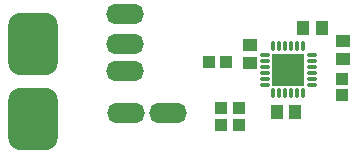
<source format=gts>
%FSTAX23Y23*%
%MOIN*%
%SFA1B1*%

%IPPOS*%
%AMD22*
4,1,8,0.082700,-0.060600,0.082700,0.060600,0.039400,0.104000,-0.039400,0.104000,-0.082700,0.060600,-0.082700,-0.060600,-0.039400,-0.104000,0.039400,-0.104000,0.082700,-0.060600,0.0*
1,1,0.086740,0.039400,-0.060600*
1,1,0.086740,0.039400,0.060600*
1,1,0.086740,-0.039400,0.060600*
1,1,0.086740,-0.039400,-0.060600*
%
G04~CAMADD=22~8~0.0~0.0~2080.0~1654.8~433.7~0.0~15~0.0~0.0~0.0~0.0~0~0.0~0.0~0.0~0.0~0~0.0~0.0~0.0~270.0~1654.0~2080.0*
%ADD22D22*%
%ADD23R,0.041470X0.041470*%
%ADD24R,0.046190X0.044220*%
%ADD25O,0.126110X0.067060*%
%ADD26O,0.015020X0.031560*%
%ADD27O,0.031560X0.015020*%
%ADD28R,0.109510X0.109510*%
%ADD29R,0.044220X0.046190*%
%ADD30R,0.041470X0.041470*%
%LNpcb2-1*%
%LPD*%
G54D22*
X01565Y03275D03*
Y03527D03*
G54D23*
X02152Y03465D03*
X02207D03*
G54D24*
X02596Y03537D03*
Y03476D03*
X02288Y03462D03*
Y03523D03*
G54D25*
X0187Y03627D03*
X02015Y03295D03*
X01873Y03295D03*
X0187Y03435D03*
Y03525D03*
G54D26*
X02365Y03361D03*
X02385D03*
X02405D03*
X02424D03*
X02444D03*
X02464D03*
Y03518D03*
X02444D03*
X02424D03*
X02405D03*
X02385D03*
X02365D03*
G54D27*
X02493Y0339D03*
Y0341D03*
Y0343D03*
Y03449D03*
Y03469D03*
Y03489D03*
X02336D03*
Y03469D03*
Y03449D03*
Y0343D03*
Y0341D03*
Y0339D03*
G54D28*
X02415Y0344D03*
G54D29*
X02437Y03298D03*
X02376D03*
X02526Y0358D03*
X02465D03*
G54D30*
X0225Y03257D03*
Y03312D03*
X0219Y03257D03*
Y03312D03*
X02595Y0341D03*
Y03354D03*
M02*
</source>
